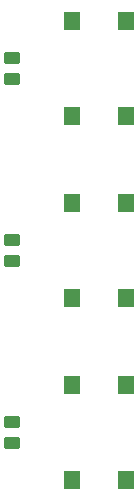
<source format=gbp>
%TF.GenerationSoftware,KiCad,Pcbnew,9.0.4*%
%TF.CreationDate,2025-11-02T13:41:35-05:00*%
%TF.ProjectId,C3I_TETRIS,4333495f-5445-4545-9249-532e6b696361,rev?*%
%TF.SameCoordinates,Original*%
%TF.FileFunction,Paste,Bot*%
%TF.FilePolarity,Positive*%
%FSLAX46Y46*%
G04 Gerber Fmt 4.6, Leading zero omitted, Abs format (unit mm)*
G04 Created by KiCad (PCBNEW 9.0.4) date 2025-11-02 13:41:35*
%MOMM*%
%LPD*%
G01*
G04 APERTURE LIST*
G04 Aperture macros list*
%AMRoundRect*
0 Rectangle with rounded corners*
0 $1 Rounding radius*
0 $2 $3 $4 $5 $6 $7 $8 $9 X,Y pos of 4 corners*
0 Add a 4 corners polygon primitive as box body*
4,1,4,$2,$3,$4,$5,$6,$7,$8,$9,$2,$3,0*
0 Add four circle primitives for the rounded corners*
1,1,$1+$1,$2,$3*
1,1,$1+$1,$4,$5*
1,1,$1+$1,$6,$7*
1,1,$1+$1,$8,$9*
0 Add four rect primitives between the rounded corners*
20,1,$1+$1,$2,$3,$4,$5,0*
20,1,$1+$1,$4,$5,$6,$7,0*
20,1,$1+$1,$6,$7,$8,$9,0*
20,1,$1+$1,$8,$9,$2,$3,0*%
G04 Aperture macros list end*
%ADD10R,1.400000X1.600000*%
%ADD11RoundRect,0.250000X-0.450000X0.262500X-0.450000X-0.262500X0.450000X-0.262500X0.450000X0.262500X0*%
G04 APERTURE END LIST*
D10*
%TO.C,SW2*%
X183800000Y-90500000D03*
X183800000Y-98500000D03*
X188300000Y-90500000D03*
X188300000Y-98500000D03*
%TD*%
D11*
%TO.C,R6*%
X178650000Y-78187500D03*
X178650000Y-80012500D03*
%TD*%
%TO.C,R8*%
X178650000Y-108987500D03*
X178650000Y-110812500D03*
%TD*%
%TO.C,R7*%
X178650000Y-93587500D03*
X178650000Y-95412500D03*
%TD*%
D10*
%TO.C,SW3*%
X183800000Y-105900000D03*
X183800000Y-113900000D03*
X188300000Y-105900000D03*
X188300000Y-113900000D03*
%TD*%
%TO.C,SW1*%
X183800000Y-75100000D03*
X183800000Y-83100000D03*
X188300000Y-75100000D03*
X188300000Y-83100000D03*
%TD*%
M02*

</source>
